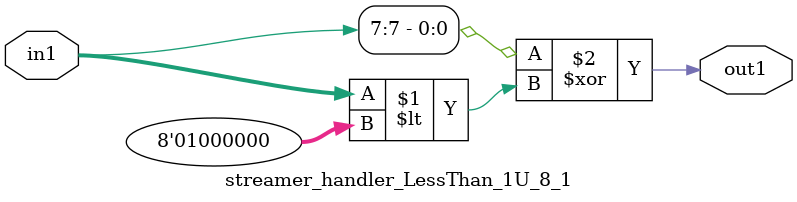
<source format=v>

`timescale 1ps / 1ps


module streamer_handler_LessThan_1U_8_1( in1, out1 );

    input [7:0] in1;
    output out1;

    
    // rtl_process:streamer_handler_LessThan_1U_8_1/streamer_handler_LessThan_1U_8_1_thread_1
    assign out1 = (in1[7] ^ in1 < 8'd064);

endmodule


</source>
